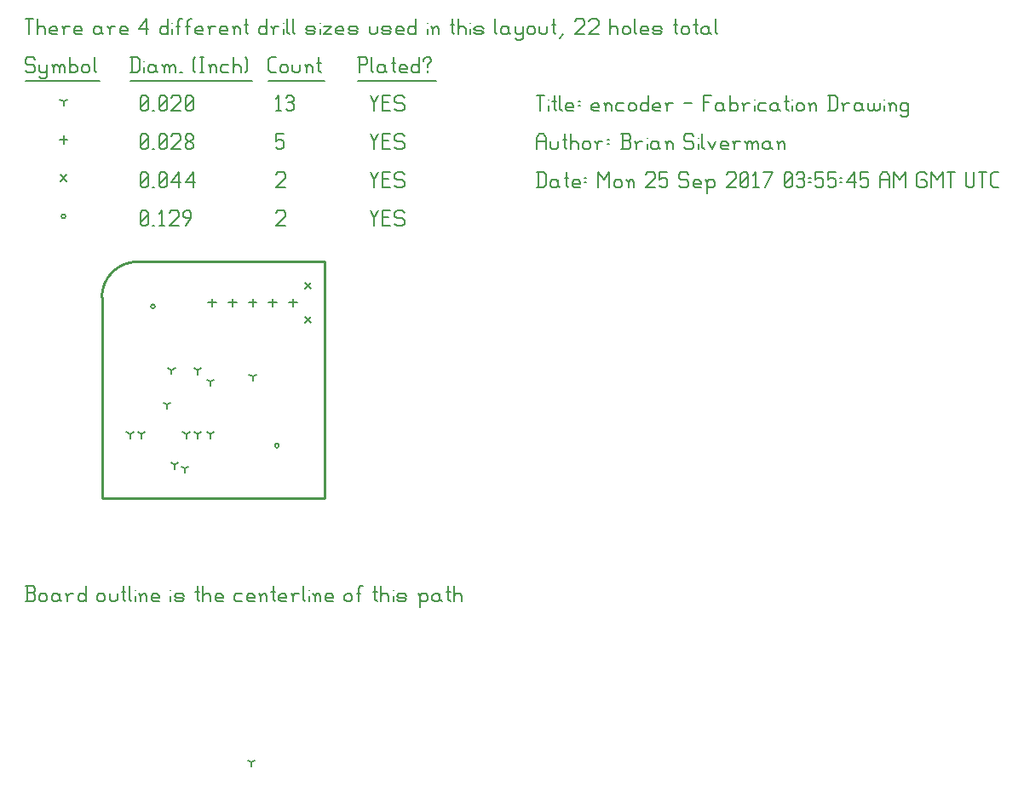
<source format=gbr>
G04 start of page 12 for group -3984 idx -3984 *
G04 Title: encoder, fab *
G04 Creator: pcb 20140316 *
G04 CreationDate: Mon 25 Sep 2017 03:55:45 AM GMT UTC *
G04 For: brian *
G04 Format: Gerber/RS-274X *
G04 PCB-Dimensions (mil): 1250.00 1300.00 *
G04 PCB-Coordinate-Origin: lower left *
%MOIN*%
%FSLAX25Y25*%
%LNFAB*%
%ADD65C,0.0100*%
%ADD64C,0.0075*%
%ADD63C,0.0060*%
%ADD62R,0.0080X0.0080*%
G54D62*X49200Y106000D02*G75*G03X50800Y106000I800J0D01*G01*
G75*G03X49200Y106000I-800J0D01*G01*
X97700Y51500D02*G75*G03X99300Y51500I800J0D01*G01*
G75*G03X97700Y51500I-800J0D01*G01*
X14200Y141250D02*G75*G03X15800Y141250I800J0D01*G01*
G75*G03X14200Y141250I-800J0D01*G01*
G54D63*X135000Y143500D02*X136500Y140500D01*
X138000Y143500D01*
X136500Y140500D02*Y137500D01*
X139800Y140800D02*X142050D01*
X139800Y137500D02*X142800D01*
X139800Y143500D02*Y137500D01*
Y143500D02*X142800D01*
X147600D02*X148350Y142750D01*
X145350Y143500D02*X147600D01*
X144600Y142750D02*X145350Y143500D01*
X144600Y142750D02*Y141250D01*
X145350Y140500D01*
X147600D01*
X148350Y139750D01*
Y138250D01*
X147600Y137500D02*X148350Y138250D01*
X145350Y137500D02*X147600D01*
X144600Y138250D02*X145350Y137500D01*
X98000Y142750D02*X98750Y143500D01*
X101000D01*
X101750Y142750D01*
Y141250D01*
X98000Y137500D02*X101750Y141250D01*
X98000Y137500D02*X101750D01*
X45000Y138250D02*X45750Y137500D01*
X45000Y142750D02*Y138250D01*
Y142750D02*X45750Y143500D01*
X47250D01*
X48000Y142750D01*
Y138250D01*
X47250Y137500D02*X48000Y138250D01*
X45750Y137500D02*X47250D01*
X45000Y139000D02*X48000Y142000D01*
X49800Y137500D02*X50550D01*
X52350Y142300D02*X53550Y143500D01*
Y137500D01*
X52350D02*X54600D01*
X56400Y142750D02*X57150Y143500D01*
X59400D01*
X60150Y142750D01*
Y141250D01*
X56400Y137500D02*X60150Y141250D01*
X56400Y137500D02*X60150D01*
X62700D02*X64950Y140500D01*
Y142750D02*Y140500D01*
X64200Y143500D02*X64950Y142750D01*
X62700Y143500D02*X64200D01*
X61950Y142750D02*X62700Y143500D01*
X61950Y142750D02*Y141250D01*
X62700Y140500D01*
X64950D01*
X109454Y115393D02*X111854Y112993D01*
X109454D02*X111854Y115393D01*
X109454Y102007D02*X111854Y99607D01*
X109454D02*X111854Y102007D01*
X13800Y157450D02*X16200Y155050D01*
X13800D02*X16200Y157450D01*
X135000Y158500D02*X136500Y155500D01*
X138000Y158500D01*
X136500Y155500D02*Y152500D01*
X139800Y155800D02*X142050D01*
X139800Y152500D02*X142800D01*
X139800Y158500D02*Y152500D01*
Y158500D02*X142800D01*
X147600D02*X148350Y157750D01*
X145350Y158500D02*X147600D01*
X144600Y157750D02*X145350Y158500D01*
X144600Y157750D02*Y156250D01*
X145350Y155500D01*
X147600D01*
X148350Y154750D01*
Y153250D01*
X147600Y152500D02*X148350Y153250D01*
X145350Y152500D02*X147600D01*
X144600Y153250D02*X145350Y152500D01*
X98000Y157750D02*X98750Y158500D01*
X101000D01*
X101750Y157750D01*
Y156250D01*
X98000Y152500D02*X101750Y156250D01*
X98000Y152500D02*X101750D01*
X45000Y153250D02*X45750Y152500D01*
X45000Y157750D02*Y153250D01*
Y157750D02*X45750Y158500D01*
X47250D01*
X48000Y157750D01*
Y153250D01*
X47250Y152500D02*X48000Y153250D01*
X45750Y152500D02*X47250D01*
X45000Y154000D02*X48000Y157000D01*
X49800Y152500D02*X50550D01*
X52350Y153250D02*X53100Y152500D01*
X52350Y157750D02*Y153250D01*
Y157750D02*X53100Y158500D01*
X54600D01*
X55350Y157750D01*
Y153250D01*
X54600Y152500D02*X55350Y153250D01*
X53100Y152500D02*X54600D01*
X52350Y154000D02*X55350Y157000D01*
X57150Y154750D02*X60150Y158500D01*
X57150Y154750D02*X60900D01*
X60150Y158500D02*Y152500D01*
X62700Y154750D02*X65700Y158500D01*
X62700Y154750D02*X66450D01*
X65700Y158500D02*Y152500D01*
X73252Y109100D02*Y105900D01*
X71652Y107500D02*X74852D01*
X81126Y109100D02*Y105900D01*
X79526Y107500D02*X82726D01*
X89000Y109100D02*Y105900D01*
X87400Y107500D02*X90600D01*
X96874Y109100D02*Y105900D01*
X95274Y107500D02*X98474D01*
X104748Y109100D02*Y105900D01*
X103148Y107500D02*X106348D01*
X15000Y172850D02*Y169650D01*
X13400Y171250D02*X16600D01*
X135000Y173500D02*X136500Y170500D01*
X138000Y173500D01*
X136500Y170500D02*Y167500D01*
X139800Y170800D02*X142050D01*
X139800Y167500D02*X142800D01*
X139800Y173500D02*Y167500D01*
Y173500D02*X142800D01*
X147600D02*X148350Y172750D01*
X145350Y173500D02*X147600D01*
X144600Y172750D02*X145350Y173500D01*
X144600Y172750D02*Y171250D01*
X145350Y170500D01*
X147600D01*
X148350Y169750D01*
Y168250D01*
X147600Y167500D02*X148350Y168250D01*
X145350Y167500D02*X147600D01*
X144600Y168250D02*X145350Y167500D01*
X98000Y173500D02*X101000D01*
X98000D02*Y170500D01*
X98750Y171250D01*
X100250D01*
X101000Y170500D01*
Y168250D01*
X100250Y167500D02*X101000Y168250D01*
X98750Y167500D02*X100250D01*
X98000Y168250D02*X98750Y167500D01*
X45000Y168250D02*X45750Y167500D01*
X45000Y172750D02*Y168250D01*
Y172750D02*X45750Y173500D01*
X47250D01*
X48000Y172750D01*
Y168250D01*
X47250Y167500D02*X48000Y168250D01*
X45750Y167500D02*X47250D01*
X45000Y169000D02*X48000Y172000D01*
X49800Y167500D02*X50550D01*
X52350Y168250D02*X53100Y167500D01*
X52350Y172750D02*Y168250D01*
Y172750D02*X53100Y173500D01*
X54600D01*
X55350Y172750D01*
Y168250D01*
X54600Y167500D02*X55350Y168250D01*
X53100Y167500D02*X54600D01*
X52350Y169000D02*X55350Y172000D01*
X57150Y172750D02*X57900Y173500D01*
X60150D01*
X60900Y172750D01*
Y171250D01*
X57150Y167500D02*X60900Y171250D01*
X57150Y167500D02*X60900D01*
X62700Y168250D02*X63450Y167500D01*
X62700Y169450D02*Y168250D01*
Y169450D02*X63750Y170500D01*
X64650D01*
X65700Y169450D01*
Y168250D01*
X64950Y167500D02*X65700Y168250D01*
X63450Y167500D02*X64950D01*
X62700Y171550D02*X63750Y170500D01*
X62700Y172750D02*Y171550D01*
Y172750D02*X63450Y173500D01*
X64950D01*
X65700Y172750D01*
Y171550D01*
X64650Y170500D02*X65700Y171550D01*
X88500Y-72500D02*Y-74100D01*
Y-72500D02*X89887Y-71700D01*
X88500Y-72500D02*X87113Y-71700D01*
X67500Y56000D02*Y54400D01*
Y56000D02*X68887Y56800D01*
X67500Y56000D02*X66113Y56800D01*
X72500Y56000D02*Y54400D01*
Y56000D02*X73887Y56800D01*
X72500Y56000D02*X71113Y56800D01*
X63000Y56000D02*Y54400D01*
Y56000D02*X64387Y56800D01*
X63000Y56000D02*X61613Y56800D01*
X62500Y42500D02*Y40900D01*
Y42500D02*X63887Y43300D01*
X62500Y42500D02*X61113Y43300D01*
X58500Y44000D02*Y42400D01*
Y44000D02*X59887Y44800D01*
X58500Y44000D02*X57113Y44800D01*
X89000Y78500D02*Y76900D01*
Y78500D02*X90387Y79300D01*
X89000Y78500D02*X87613Y79300D01*
X67500Y81000D02*Y79400D01*
Y81000D02*X68887Y81800D01*
X67500Y81000D02*X66113Y81800D01*
X72500Y76500D02*Y74900D01*
Y76500D02*X73887Y77300D01*
X72500Y76500D02*X71113Y77300D01*
X57300Y81100D02*Y79500D01*
Y81100D02*X58687Y81900D01*
X57300Y81100D02*X55913Y81900D01*
X55500Y67500D02*Y65900D01*
Y67500D02*X56887Y68300D01*
X55500Y67500D02*X54113Y68300D01*
X45500Y56000D02*Y54400D01*
Y56000D02*X46887Y56800D01*
X45500Y56000D02*X44113Y56800D01*
X41000Y56000D02*Y54400D01*
Y56000D02*X42387Y56800D01*
X41000Y56000D02*X39613Y56800D01*
X15000Y186250D02*Y184650D01*
Y186250D02*X16387Y187050D01*
X15000Y186250D02*X13613Y187050D01*
X135000Y188500D02*X136500Y185500D01*
X138000Y188500D01*
X136500Y185500D02*Y182500D01*
X139800Y185800D02*X142050D01*
X139800Y182500D02*X142800D01*
X139800Y188500D02*Y182500D01*
Y188500D02*X142800D01*
X147600D02*X148350Y187750D01*
X145350Y188500D02*X147600D01*
X144600Y187750D02*X145350Y188500D01*
X144600Y187750D02*Y186250D01*
X145350Y185500D01*
X147600D01*
X148350Y184750D01*
Y183250D01*
X147600Y182500D02*X148350Y183250D01*
X145350Y182500D02*X147600D01*
X144600Y183250D02*X145350Y182500D01*
X98000Y187300D02*X99200Y188500D01*
Y182500D01*
X98000D02*X100250D01*
X102050Y187750D02*X102800Y188500D01*
X104300D01*
X105050Y187750D01*
X104300Y182500D02*X105050Y183250D01*
X102800Y182500D02*X104300D01*
X102050Y183250D02*X102800Y182500D01*
Y185800D02*X104300D01*
X105050Y187750D02*Y186550D01*
Y185050D02*Y183250D01*
Y185050D02*X104300Y185800D01*
X105050Y186550D02*X104300Y185800D01*
X45000Y183250D02*X45750Y182500D01*
X45000Y187750D02*Y183250D01*
Y187750D02*X45750Y188500D01*
X47250D01*
X48000Y187750D01*
Y183250D01*
X47250Y182500D02*X48000Y183250D01*
X45750Y182500D02*X47250D01*
X45000Y184000D02*X48000Y187000D01*
X49800Y182500D02*X50550D01*
X52350Y183250D02*X53100Y182500D01*
X52350Y187750D02*Y183250D01*
Y187750D02*X53100Y188500D01*
X54600D01*
X55350Y187750D01*
Y183250D01*
X54600Y182500D02*X55350Y183250D01*
X53100Y182500D02*X54600D01*
X52350Y184000D02*X55350Y187000D01*
X57150Y187750D02*X57900Y188500D01*
X60150D01*
X60900Y187750D01*
Y186250D01*
X57150Y182500D02*X60900Y186250D01*
X57150Y182500D02*X60900D01*
X62700Y183250D02*X63450Y182500D01*
X62700Y187750D02*Y183250D01*
Y187750D02*X63450Y188500D01*
X64950D01*
X65700Y187750D01*
Y183250D01*
X64950Y182500D02*X65700Y183250D01*
X63450Y182500D02*X64950D01*
X62700Y184000D02*X65700Y187000D01*
X3000Y203500D02*X3750Y202750D01*
X750Y203500D02*X3000D01*
X0Y202750D02*X750Y203500D01*
X0Y202750D02*Y201250D01*
X750Y200500D01*
X3000D01*
X3750Y199750D01*
Y198250D01*
X3000Y197500D02*X3750Y198250D01*
X750Y197500D02*X3000D01*
X0Y198250D02*X750Y197500D01*
X5550Y200500D02*Y198250D01*
X6300Y197500D01*
X8550Y200500D02*Y196000D01*
X7800Y195250D02*X8550Y196000D01*
X6300Y195250D02*X7800D01*
X5550Y196000D02*X6300Y195250D01*
Y197500D02*X7800D01*
X8550Y198250D01*
X11100Y199750D02*Y197500D01*
Y199750D02*X11850Y200500D01*
X12600D01*
X13350Y199750D01*
Y197500D01*
Y199750D02*X14100Y200500D01*
X14850D01*
X15600Y199750D01*
Y197500D01*
X10350Y200500D02*X11100Y199750D01*
X17400Y203500D02*Y197500D01*
Y198250D02*X18150Y197500D01*
X19650D01*
X20400Y198250D01*
Y199750D02*Y198250D01*
X19650Y200500D02*X20400Y199750D01*
X18150Y200500D02*X19650D01*
X17400Y199750D02*X18150Y200500D01*
X22200Y199750D02*Y198250D01*
Y199750D02*X22950Y200500D01*
X24450D01*
X25200Y199750D01*
Y198250D01*
X24450Y197500D02*X25200Y198250D01*
X22950Y197500D02*X24450D01*
X22200Y198250D02*X22950Y197500D01*
X27000Y203500D02*Y198250D01*
X27750Y197500D01*
X0Y194250D02*X29250D01*
X41750Y203500D02*Y197500D01*
X43700Y203500D02*X44750Y202450D01*
Y198550D01*
X43700Y197500D02*X44750Y198550D01*
X41000Y197500D02*X43700D01*
X41000Y203500D02*X43700D01*
G54D64*X46550Y202000D02*Y201850D01*
G54D63*Y199750D02*Y197500D01*
X50300Y200500D02*X51050Y199750D01*
X48800Y200500D02*X50300D01*
X48050Y199750D02*X48800Y200500D01*
X48050Y199750D02*Y198250D01*
X48800Y197500D01*
X51050Y200500D02*Y198250D01*
X51800Y197500D01*
X48800D02*X50300D01*
X51050Y198250D01*
X54350Y199750D02*Y197500D01*
Y199750D02*X55100Y200500D01*
X55850D01*
X56600Y199750D01*
Y197500D01*
Y199750D02*X57350Y200500D01*
X58100D01*
X58850Y199750D01*
Y197500D01*
X53600Y200500D02*X54350Y199750D01*
X60650Y197500D02*X61400D01*
X65900Y198250D02*X66650Y197500D01*
X65900Y202750D02*X66650Y203500D01*
X65900Y202750D02*Y198250D01*
X68450Y203500D02*X69950D01*
X69200D02*Y197500D01*
X68450D02*X69950D01*
X72500Y199750D02*Y197500D01*
Y199750D02*X73250Y200500D01*
X74000D01*
X74750Y199750D01*
Y197500D01*
X71750Y200500D02*X72500Y199750D01*
X77300Y200500D02*X79550D01*
X76550Y199750D02*X77300Y200500D01*
X76550Y199750D02*Y198250D01*
X77300Y197500D01*
X79550D01*
X81350Y203500D02*Y197500D01*
Y199750D02*X82100Y200500D01*
X83600D01*
X84350Y199750D01*
Y197500D01*
X86150Y203500D02*X86900Y202750D01*
Y198250D01*
X86150Y197500D02*X86900Y198250D01*
X41000Y194250D02*X88700D01*
X96050Y197500D02*X98000D01*
X95000Y198550D02*X96050Y197500D01*
X95000Y202450D02*Y198550D01*
Y202450D02*X96050Y203500D01*
X98000D01*
X99800Y199750D02*Y198250D01*
Y199750D02*X100550Y200500D01*
X102050D01*
X102800Y199750D01*
Y198250D01*
X102050Y197500D02*X102800Y198250D01*
X100550Y197500D02*X102050D01*
X99800Y198250D02*X100550Y197500D01*
X104600Y200500D02*Y198250D01*
X105350Y197500D01*
X106850D01*
X107600Y198250D01*
Y200500D02*Y198250D01*
X110150Y199750D02*Y197500D01*
Y199750D02*X110900Y200500D01*
X111650D01*
X112400Y199750D01*
Y197500D01*
X109400Y200500D02*X110150Y199750D01*
X114950Y203500D02*Y198250D01*
X115700Y197500D01*
X114200Y201250D02*X115700D01*
X95000Y194250D02*X117200D01*
X130750Y203500D02*Y197500D01*
X130000Y203500D02*X133000D01*
X133750Y202750D01*
Y201250D01*
X133000Y200500D02*X133750Y201250D01*
X130750Y200500D02*X133000D01*
X135550Y203500D02*Y198250D01*
X136300Y197500D01*
X140050Y200500D02*X140800Y199750D01*
X138550Y200500D02*X140050D01*
X137800Y199750D02*X138550Y200500D01*
X137800Y199750D02*Y198250D01*
X138550Y197500D01*
X140800Y200500D02*Y198250D01*
X141550Y197500D01*
X138550D02*X140050D01*
X140800Y198250D01*
X144100Y203500D02*Y198250D01*
X144850Y197500D01*
X143350Y201250D02*X144850D01*
X147100Y197500D02*X149350D01*
X146350Y198250D02*X147100Y197500D01*
X146350Y199750D02*Y198250D01*
Y199750D02*X147100Y200500D01*
X148600D01*
X149350Y199750D01*
X146350Y199000D02*X149350D01*
Y199750D02*Y199000D01*
X154150Y203500D02*Y197500D01*
X153400D02*X154150Y198250D01*
X151900Y197500D02*X153400D01*
X151150Y198250D02*X151900Y197500D01*
X151150Y199750D02*Y198250D01*
Y199750D02*X151900Y200500D01*
X153400D01*
X154150Y199750D01*
X157450Y200500D02*Y199750D01*
Y198250D02*Y197500D01*
X155950Y202750D02*Y202000D01*
Y202750D02*X156700Y203500D01*
X158200D01*
X158950Y202750D01*
Y202000D01*
X157450Y200500D02*X158950Y202000D01*
X130000Y194250D02*X160750D01*
X0Y218500D02*X3000D01*
X1500D02*Y212500D01*
X4800Y218500D02*Y212500D01*
Y214750D02*X5550Y215500D01*
X7050D01*
X7800Y214750D01*
Y212500D01*
X10350D02*X12600D01*
X9600Y213250D02*X10350Y212500D01*
X9600Y214750D02*Y213250D01*
Y214750D02*X10350Y215500D01*
X11850D01*
X12600Y214750D01*
X9600Y214000D02*X12600D01*
Y214750D02*Y214000D01*
X15150Y214750D02*Y212500D01*
Y214750D02*X15900Y215500D01*
X17400D01*
X14400D02*X15150Y214750D01*
X19950Y212500D02*X22200D01*
X19200Y213250D02*X19950Y212500D01*
X19200Y214750D02*Y213250D01*
Y214750D02*X19950Y215500D01*
X21450D01*
X22200Y214750D01*
X19200Y214000D02*X22200D01*
Y214750D02*Y214000D01*
X28950Y215500D02*X29700Y214750D01*
X27450Y215500D02*X28950D01*
X26700Y214750D02*X27450Y215500D01*
X26700Y214750D02*Y213250D01*
X27450Y212500D01*
X29700Y215500D02*Y213250D01*
X30450Y212500D01*
X27450D02*X28950D01*
X29700Y213250D01*
X33000Y214750D02*Y212500D01*
Y214750D02*X33750Y215500D01*
X35250D01*
X32250D02*X33000Y214750D01*
X37800Y212500D02*X40050D01*
X37050Y213250D02*X37800Y212500D01*
X37050Y214750D02*Y213250D01*
Y214750D02*X37800Y215500D01*
X39300D01*
X40050Y214750D01*
X37050Y214000D02*X40050D01*
Y214750D02*Y214000D01*
X44550Y214750D02*X47550Y218500D01*
X44550Y214750D02*X48300D01*
X47550Y218500D02*Y212500D01*
X55800Y218500D02*Y212500D01*
X55050D02*X55800Y213250D01*
X53550Y212500D02*X55050D01*
X52800Y213250D02*X53550Y212500D01*
X52800Y214750D02*Y213250D01*
Y214750D02*X53550Y215500D01*
X55050D01*
X55800Y214750D01*
G54D64*X57600Y217000D02*Y216850D01*
G54D63*Y214750D02*Y212500D01*
X59850Y217750D02*Y212500D01*
Y217750D02*X60600Y218500D01*
X61350D01*
X59100Y215500D02*X60600D01*
X63600Y217750D02*Y212500D01*
Y217750D02*X64350Y218500D01*
X65100D01*
X62850Y215500D02*X64350D01*
X67350Y212500D02*X69600D01*
X66600Y213250D02*X67350Y212500D01*
X66600Y214750D02*Y213250D01*
Y214750D02*X67350Y215500D01*
X68850D01*
X69600Y214750D01*
X66600Y214000D02*X69600D01*
Y214750D02*Y214000D01*
X72150Y214750D02*Y212500D01*
Y214750D02*X72900Y215500D01*
X74400D01*
X71400D02*X72150Y214750D01*
X76950Y212500D02*X79200D01*
X76200Y213250D02*X76950Y212500D01*
X76200Y214750D02*Y213250D01*
Y214750D02*X76950Y215500D01*
X78450D01*
X79200Y214750D01*
X76200Y214000D02*X79200D01*
Y214750D02*Y214000D01*
X81750Y214750D02*Y212500D01*
Y214750D02*X82500Y215500D01*
X83250D01*
X84000Y214750D01*
Y212500D01*
X81000Y215500D02*X81750Y214750D01*
X86550Y218500D02*Y213250D01*
X87300Y212500D01*
X85800Y216250D02*X87300D01*
X94500Y218500D02*Y212500D01*
X93750D02*X94500Y213250D01*
X92250Y212500D02*X93750D01*
X91500Y213250D02*X92250Y212500D01*
X91500Y214750D02*Y213250D01*
Y214750D02*X92250Y215500D01*
X93750D01*
X94500Y214750D01*
X97050D02*Y212500D01*
Y214750D02*X97800Y215500D01*
X99300D01*
X96300D02*X97050Y214750D01*
G54D64*X101100Y217000D02*Y216850D01*
G54D63*Y214750D02*Y212500D01*
X102600Y218500D02*Y213250D01*
X103350Y212500D01*
X104850Y218500D02*Y213250D01*
X105600Y212500D01*
X110550D02*X112800D01*
X113550Y213250D01*
X112800Y214000D02*X113550Y213250D01*
X110550Y214000D02*X112800D01*
X109800Y214750D02*X110550Y214000D01*
X109800Y214750D02*X110550Y215500D01*
X112800D01*
X113550Y214750D01*
X109800Y213250D02*X110550Y212500D01*
G54D64*X115350Y217000D02*Y216850D01*
G54D63*Y214750D02*Y212500D01*
X116850Y215500D02*X119850D01*
X116850Y212500D02*X119850Y215500D01*
X116850Y212500D02*X119850D01*
X122400D02*X124650D01*
X121650Y213250D02*X122400Y212500D01*
X121650Y214750D02*Y213250D01*
Y214750D02*X122400Y215500D01*
X123900D01*
X124650Y214750D01*
X121650Y214000D02*X124650D01*
Y214750D02*Y214000D01*
X127200Y212500D02*X129450D01*
X130200Y213250D01*
X129450Y214000D02*X130200Y213250D01*
X127200Y214000D02*X129450D01*
X126450Y214750D02*X127200Y214000D01*
X126450Y214750D02*X127200Y215500D01*
X129450D01*
X130200Y214750D01*
X126450Y213250D02*X127200Y212500D01*
X134700Y215500D02*Y213250D01*
X135450Y212500D01*
X136950D01*
X137700Y213250D01*
Y215500D02*Y213250D01*
X140250Y212500D02*X142500D01*
X143250Y213250D01*
X142500Y214000D02*X143250Y213250D01*
X140250Y214000D02*X142500D01*
X139500Y214750D02*X140250Y214000D01*
X139500Y214750D02*X140250Y215500D01*
X142500D01*
X143250Y214750D01*
X139500Y213250D02*X140250Y212500D01*
X145800D02*X148050D01*
X145050Y213250D02*X145800Y212500D01*
X145050Y214750D02*Y213250D01*
Y214750D02*X145800Y215500D01*
X147300D01*
X148050Y214750D01*
X145050Y214000D02*X148050D01*
Y214750D02*Y214000D01*
X152850Y218500D02*Y212500D01*
X152100D02*X152850Y213250D01*
X150600Y212500D02*X152100D01*
X149850Y213250D02*X150600Y212500D01*
X149850Y214750D02*Y213250D01*
Y214750D02*X150600Y215500D01*
X152100D01*
X152850Y214750D01*
G54D64*X157350Y217000D02*Y216850D01*
G54D63*Y214750D02*Y212500D01*
X159600Y214750D02*Y212500D01*
Y214750D02*X160350Y215500D01*
X161100D01*
X161850Y214750D01*
Y212500D01*
X158850Y215500D02*X159600Y214750D01*
X167100Y218500D02*Y213250D01*
X167850Y212500D01*
X166350Y216250D02*X167850D01*
X169350Y218500D02*Y212500D01*
Y214750D02*X170100Y215500D01*
X171600D01*
X172350Y214750D01*
Y212500D01*
G54D64*X174150Y217000D02*Y216850D01*
G54D63*Y214750D02*Y212500D01*
X176400D02*X178650D01*
X179400Y213250D01*
X178650Y214000D02*X179400Y213250D01*
X176400Y214000D02*X178650D01*
X175650Y214750D02*X176400Y214000D01*
X175650Y214750D02*X176400Y215500D01*
X178650D01*
X179400Y214750D01*
X175650Y213250D02*X176400Y212500D01*
X183900Y218500D02*Y213250D01*
X184650Y212500D01*
X188400Y215500D02*X189150Y214750D01*
X186900Y215500D02*X188400D01*
X186150Y214750D02*X186900Y215500D01*
X186150Y214750D02*Y213250D01*
X186900Y212500D01*
X189150Y215500D02*Y213250D01*
X189900Y212500D01*
X186900D02*X188400D01*
X189150Y213250D01*
X191700Y215500D02*Y213250D01*
X192450Y212500D01*
X194700Y215500D02*Y211000D01*
X193950Y210250D02*X194700Y211000D01*
X192450Y210250D02*X193950D01*
X191700Y211000D02*X192450Y210250D01*
Y212500D02*X193950D01*
X194700Y213250D01*
X196500Y214750D02*Y213250D01*
Y214750D02*X197250Y215500D01*
X198750D01*
X199500Y214750D01*
Y213250D01*
X198750Y212500D02*X199500Y213250D01*
X197250Y212500D02*X198750D01*
X196500Y213250D02*X197250Y212500D01*
X201300Y215500D02*Y213250D01*
X202050Y212500D01*
X203550D01*
X204300Y213250D01*
Y215500D02*Y213250D01*
X206850Y218500D02*Y213250D01*
X207600Y212500D01*
X206100Y216250D02*X207600D01*
X209100Y211000D02*X210600Y212500D01*
X215100Y217750D02*X215850Y218500D01*
X218100D01*
X218850Y217750D01*
Y216250D01*
X215100Y212500D02*X218850Y216250D01*
X215100Y212500D02*X218850D01*
X220650Y217750D02*X221400Y218500D01*
X223650D01*
X224400Y217750D01*
Y216250D01*
X220650Y212500D02*X224400Y216250D01*
X220650Y212500D02*X224400D01*
X228900Y218500D02*Y212500D01*
Y214750D02*X229650Y215500D01*
X231150D01*
X231900Y214750D01*
Y212500D01*
X233700Y214750D02*Y213250D01*
Y214750D02*X234450Y215500D01*
X235950D01*
X236700Y214750D01*
Y213250D01*
X235950Y212500D02*X236700Y213250D01*
X234450Y212500D02*X235950D01*
X233700Y213250D02*X234450Y212500D01*
X238500Y218500D02*Y213250D01*
X239250Y212500D01*
X241500D02*X243750D01*
X240750Y213250D02*X241500Y212500D01*
X240750Y214750D02*Y213250D01*
Y214750D02*X241500Y215500D01*
X243000D01*
X243750Y214750D01*
X240750Y214000D02*X243750D01*
Y214750D02*Y214000D01*
X246300Y212500D02*X248550D01*
X249300Y213250D01*
X248550Y214000D02*X249300Y213250D01*
X246300Y214000D02*X248550D01*
X245550Y214750D02*X246300Y214000D01*
X245550Y214750D02*X246300Y215500D01*
X248550D01*
X249300Y214750D01*
X245550Y213250D02*X246300Y212500D01*
X254550Y218500D02*Y213250D01*
X255300Y212500D01*
X253800Y216250D02*X255300D01*
X256800Y214750D02*Y213250D01*
Y214750D02*X257550Y215500D01*
X259050D01*
X259800Y214750D01*
Y213250D01*
X259050Y212500D02*X259800Y213250D01*
X257550Y212500D02*X259050D01*
X256800Y213250D02*X257550Y212500D01*
X262350Y218500D02*Y213250D01*
X263100Y212500D01*
X261600Y216250D02*X263100D01*
X266850Y215500D02*X267600Y214750D01*
X265350Y215500D02*X266850D01*
X264600Y214750D02*X265350Y215500D01*
X264600Y214750D02*Y213250D01*
X265350Y212500D01*
X267600Y215500D02*Y213250D01*
X268350Y212500D01*
X265350D02*X266850D01*
X267600Y213250D01*
X270150Y218500D02*Y213250D01*
X270900Y212500D01*
G54D65*X30000Y109500D02*Y31000D01*
X117000D02*Y123500D01*
X44000D02*X117000D01*
X30000Y31000D02*X117000D01*
X44000Y123500D02*G75*G03X30000Y109500I0J-14000D01*G01*
G54D63*X0Y-9500D02*X3000D01*
X3750Y-8750D01*
Y-6950D02*Y-8750D01*
X3000Y-6200D02*X3750Y-6950D01*
X750Y-6200D02*X3000D01*
X750Y-3500D02*Y-9500D01*
X0Y-3500D02*X3000D01*
X3750Y-4250D01*
Y-5450D01*
X3000Y-6200D02*X3750Y-5450D01*
X5550Y-7250D02*Y-8750D01*
Y-7250D02*X6300Y-6500D01*
X7800D01*
X8550Y-7250D01*
Y-8750D01*
X7800Y-9500D02*X8550Y-8750D01*
X6300Y-9500D02*X7800D01*
X5550Y-8750D02*X6300Y-9500D01*
X12600Y-6500D02*X13350Y-7250D01*
X11100Y-6500D02*X12600D01*
X10350Y-7250D02*X11100Y-6500D01*
X10350Y-7250D02*Y-8750D01*
X11100Y-9500D01*
X13350Y-6500D02*Y-8750D01*
X14100Y-9500D01*
X11100D02*X12600D01*
X13350Y-8750D01*
X16650Y-7250D02*Y-9500D01*
Y-7250D02*X17400Y-6500D01*
X18900D01*
X15900D02*X16650Y-7250D01*
X23700Y-3500D02*Y-9500D01*
X22950D02*X23700Y-8750D01*
X21450Y-9500D02*X22950D01*
X20700Y-8750D02*X21450Y-9500D01*
X20700Y-7250D02*Y-8750D01*
Y-7250D02*X21450Y-6500D01*
X22950D01*
X23700Y-7250D01*
X28200D02*Y-8750D01*
Y-7250D02*X28950Y-6500D01*
X30450D01*
X31200Y-7250D01*
Y-8750D01*
X30450Y-9500D02*X31200Y-8750D01*
X28950Y-9500D02*X30450D01*
X28200Y-8750D02*X28950Y-9500D01*
X33000Y-6500D02*Y-8750D01*
X33750Y-9500D01*
X35250D01*
X36000Y-8750D01*
Y-6500D02*Y-8750D01*
X38550Y-3500D02*Y-8750D01*
X39300Y-9500D01*
X37800Y-5750D02*X39300D01*
X40800Y-3500D02*Y-8750D01*
X41550Y-9500D01*
G54D64*X43050Y-5000D02*Y-5150D01*
G54D63*Y-7250D02*Y-9500D01*
X45300Y-7250D02*Y-9500D01*
Y-7250D02*X46050Y-6500D01*
X46800D01*
X47550Y-7250D01*
Y-9500D01*
X44550Y-6500D02*X45300Y-7250D01*
X50100Y-9500D02*X52350D01*
X49350Y-8750D02*X50100Y-9500D01*
X49350Y-7250D02*Y-8750D01*
Y-7250D02*X50100Y-6500D01*
X51600D01*
X52350Y-7250D01*
X49350Y-8000D02*X52350D01*
Y-7250D02*Y-8000D01*
G54D64*X56850Y-5000D02*Y-5150D01*
G54D63*Y-7250D02*Y-9500D01*
X59100D02*X61350D01*
X62100Y-8750D01*
X61350Y-8000D02*X62100Y-8750D01*
X59100Y-8000D02*X61350D01*
X58350Y-7250D02*X59100Y-8000D01*
X58350Y-7250D02*X59100Y-6500D01*
X61350D01*
X62100Y-7250D01*
X58350Y-8750D02*X59100Y-9500D01*
X67350Y-3500D02*Y-8750D01*
X68100Y-9500D01*
X66600Y-5750D02*X68100D01*
X69600Y-3500D02*Y-9500D01*
Y-7250D02*X70350Y-6500D01*
X71850D01*
X72600Y-7250D01*
Y-9500D01*
X75150D02*X77400D01*
X74400Y-8750D02*X75150Y-9500D01*
X74400Y-7250D02*Y-8750D01*
Y-7250D02*X75150Y-6500D01*
X76650D01*
X77400Y-7250D01*
X74400Y-8000D02*X77400D01*
Y-7250D02*Y-8000D01*
X82650Y-6500D02*X84900D01*
X81900Y-7250D02*X82650Y-6500D01*
X81900Y-7250D02*Y-8750D01*
X82650Y-9500D01*
X84900D01*
X87450D02*X89700D01*
X86700Y-8750D02*X87450Y-9500D01*
X86700Y-7250D02*Y-8750D01*
Y-7250D02*X87450Y-6500D01*
X88950D01*
X89700Y-7250D01*
X86700Y-8000D02*X89700D01*
Y-7250D02*Y-8000D01*
X92250Y-7250D02*Y-9500D01*
Y-7250D02*X93000Y-6500D01*
X93750D01*
X94500Y-7250D01*
Y-9500D01*
X91500Y-6500D02*X92250Y-7250D01*
X97050Y-3500D02*Y-8750D01*
X97800Y-9500D01*
X96300Y-5750D02*X97800D01*
X100050Y-9500D02*X102300D01*
X99300Y-8750D02*X100050Y-9500D01*
X99300Y-7250D02*Y-8750D01*
Y-7250D02*X100050Y-6500D01*
X101550D01*
X102300Y-7250D01*
X99300Y-8000D02*X102300D01*
Y-7250D02*Y-8000D01*
X104850Y-7250D02*Y-9500D01*
Y-7250D02*X105600Y-6500D01*
X107100D01*
X104100D02*X104850Y-7250D01*
X108900Y-3500D02*Y-8750D01*
X109650Y-9500D01*
G54D64*X111150Y-5000D02*Y-5150D01*
G54D63*Y-7250D02*Y-9500D01*
X113400Y-7250D02*Y-9500D01*
Y-7250D02*X114150Y-6500D01*
X114900D01*
X115650Y-7250D01*
Y-9500D01*
X112650Y-6500D02*X113400Y-7250D01*
X118200Y-9500D02*X120450D01*
X117450Y-8750D02*X118200Y-9500D01*
X117450Y-7250D02*Y-8750D01*
Y-7250D02*X118200Y-6500D01*
X119700D01*
X120450Y-7250D01*
X117450Y-8000D02*X120450D01*
Y-7250D02*Y-8000D01*
X124950Y-7250D02*Y-8750D01*
Y-7250D02*X125700Y-6500D01*
X127200D01*
X127950Y-7250D01*
Y-8750D01*
X127200Y-9500D02*X127950Y-8750D01*
X125700Y-9500D02*X127200D01*
X124950Y-8750D02*X125700Y-9500D01*
X130500Y-4250D02*Y-9500D01*
Y-4250D02*X131250Y-3500D01*
X132000D01*
X129750Y-6500D02*X131250D01*
X136950Y-3500D02*Y-8750D01*
X137700Y-9500D01*
X136200Y-5750D02*X137700D01*
X139200Y-3500D02*Y-9500D01*
Y-7250D02*X139950Y-6500D01*
X141450D01*
X142200Y-7250D01*
Y-9500D01*
G54D64*X144000Y-5000D02*Y-5150D01*
G54D63*Y-7250D02*Y-9500D01*
X146250D02*X148500D01*
X149250Y-8750D01*
X148500Y-8000D02*X149250Y-8750D01*
X146250Y-8000D02*X148500D01*
X145500Y-7250D02*X146250Y-8000D01*
X145500Y-7250D02*X146250Y-6500D01*
X148500D01*
X149250Y-7250D01*
X145500Y-8750D02*X146250Y-9500D01*
X154500Y-7250D02*Y-11750D01*
X153750Y-6500D02*X154500Y-7250D01*
X155250Y-6500D01*
X156750D01*
X157500Y-7250D01*
Y-8750D01*
X156750Y-9500D02*X157500Y-8750D01*
X155250Y-9500D02*X156750D01*
X154500Y-8750D02*X155250Y-9500D01*
X161550Y-6500D02*X162300Y-7250D01*
X160050Y-6500D02*X161550D01*
X159300Y-7250D02*X160050Y-6500D01*
X159300Y-7250D02*Y-8750D01*
X160050Y-9500D01*
X162300Y-6500D02*Y-8750D01*
X163050Y-9500D01*
X160050D02*X161550D01*
X162300Y-8750D01*
X165600Y-3500D02*Y-8750D01*
X166350Y-9500D01*
X164850Y-5750D02*X166350D01*
X167850Y-3500D02*Y-9500D01*
Y-7250D02*X168600Y-6500D01*
X170100D01*
X170850Y-7250D01*
Y-9500D01*
X200750Y158500D02*Y152500D01*
X202700Y158500D02*X203750Y157450D01*
Y153550D01*
X202700Y152500D02*X203750Y153550D01*
X200000Y152500D02*X202700D01*
X200000Y158500D02*X202700D01*
X207800Y155500D02*X208550Y154750D01*
X206300Y155500D02*X207800D01*
X205550Y154750D02*X206300Y155500D01*
X205550Y154750D02*Y153250D01*
X206300Y152500D01*
X208550Y155500D02*Y153250D01*
X209300Y152500D01*
X206300D02*X207800D01*
X208550Y153250D01*
X211850Y158500D02*Y153250D01*
X212600Y152500D01*
X211100Y156250D02*X212600D01*
X214850Y152500D02*X217100D01*
X214100Y153250D02*X214850Y152500D01*
X214100Y154750D02*Y153250D01*
Y154750D02*X214850Y155500D01*
X216350D01*
X217100Y154750D01*
X214100Y154000D02*X217100D01*
Y154750D02*Y154000D01*
X218900Y156250D02*X219650D01*
X218900Y154750D02*X219650D01*
X224150Y158500D02*Y152500D01*
Y158500D02*X226400Y155500D01*
X228650Y158500D01*
Y152500D01*
X230450Y154750D02*Y153250D01*
Y154750D02*X231200Y155500D01*
X232700D01*
X233450Y154750D01*
Y153250D01*
X232700Y152500D02*X233450Y153250D01*
X231200Y152500D02*X232700D01*
X230450Y153250D02*X231200Y152500D01*
X236000Y154750D02*Y152500D01*
Y154750D02*X236750Y155500D01*
X237500D01*
X238250Y154750D01*
Y152500D01*
X235250Y155500D02*X236000Y154750D01*
X242750Y157750D02*X243500Y158500D01*
X245750D01*
X246500Y157750D01*
Y156250D01*
X242750Y152500D02*X246500Y156250D01*
X242750Y152500D02*X246500D01*
X248300Y158500D02*X251300D01*
X248300D02*Y155500D01*
X249050Y156250D01*
X250550D01*
X251300Y155500D01*
Y153250D01*
X250550Y152500D02*X251300Y153250D01*
X249050Y152500D02*X250550D01*
X248300Y153250D02*X249050Y152500D01*
X258800Y158500D02*X259550Y157750D01*
X256550Y158500D02*X258800D01*
X255800Y157750D02*X256550Y158500D01*
X255800Y157750D02*Y156250D01*
X256550Y155500D01*
X258800D01*
X259550Y154750D01*
Y153250D01*
X258800Y152500D02*X259550Y153250D01*
X256550Y152500D02*X258800D01*
X255800Y153250D02*X256550Y152500D01*
X262100D02*X264350D01*
X261350Y153250D02*X262100Y152500D01*
X261350Y154750D02*Y153250D01*
Y154750D02*X262100Y155500D01*
X263600D01*
X264350Y154750D01*
X261350Y154000D02*X264350D01*
Y154750D02*Y154000D01*
X266900Y154750D02*Y150250D01*
X266150Y155500D02*X266900Y154750D01*
X267650Y155500D01*
X269150D01*
X269900Y154750D01*
Y153250D01*
X269150Y152500D02*X269900Y153250D01*
X267650Y152500D02*X269150D01*
X266900Y153250D02*X267650Y152500D01*
X274400Y157750D02*X275150Y158500D01*
X277400D01*
X278150Y157750D01*
Y156250D01*
X274400Y152500D02*X278150Y156250D01*
X274400Y152500D02*X278150D01*
X279950Y153250D02*X280700Y152500D01*
X279950Y157750D02*Y153250D01*
Y157750D02*X280700Y158500D01*
X282200D01*
X282950Y157750D01*
Y153250D01*
X282200Y152500D02*X282950Y153250D01*
X280700Y152500D02*X282200D01*
X279950Y154000D02*X282950Y157000D01*
X284750Y157300D02*X285950Y158500D01*
Y152500D01*
X284750D02*X287000D01*
X289550D02*X292550Y158500D01*
X288800D02*X292550D01*
X297050Y153250D02*X297800Y152500D01*
X297050Y157750D02*Y153250D01*
Y157750D02*X297800Y158500D01*
X299300D01*
X300050Y157750D01*
Y153250D01*
X299300Y152500D02*X300050Y153250D01*
X297800Y152500D02*X299300D01*
X297050Y154000D02*X300050Y157000D01*
X301850Y157750D02*X302600Y158500D01*
X304100D01*
X304850Y157750D01*
X304100Y152500D02*X304850Y153250D01*
X302600Y152500D02*X304100D01*
X301850Y153250D02*X302600Y152500D01*
Y155800D02*X304100D01*
X304850Y157750D02*Y156550D01*
Y155050D02*Y153250D01*
Y155050D02*X304100Y155800D01*
X304850Y156550D02*X304100Y155800D01*
X306650Y156250D02*X307400D01*
X306650Y154750D02*X307400D01*
X309200Y158500D02*X312200D01*
X309200D02*Y155500D01*
X309950Y156250D01*
X311450D01*
X312200Y155500D01*
Y153250D01*
X311450Y152500D02*X312200Y153250D01*
X309950Y152500D02*X311450D01*
X309200Y153250D02*X309950Y152500D01*
X314000Y158500D02*X317000D01*
X314000D02*Y155500D01*
X314750Y156250D01*
X316250D01*
X317000Y155500D01*
Y153250D01*
X316250Y152500D02*X317000Y153250D01*
X314750Y152500D02*X316250D01*
X314000Y153250D02*X314750Y152500D01*
X318800Y156250D02*X319550D01*
X318800Y154750D02*X319550D01*
X321350D02*X324350Y158500D01*
X321350Y154750D02*X325100D01*
X324350Y158500D02*Y152500D01*
X326900Y158500D02*X329900D01*
X326900D02*Y155500D01*
X327650Y156250D01*
X329150D01*
X329900Y155500D01*
Y153250D01*
X329150Y152500D02*X329900Y153250D01*
X327650Y152500D02*X329150D01*
X326900Y153250D02*X327650Y152500D01*
X334400Y157000D02*Y152500D01*
Y157000D02*X335450Y158500D01*
X337100D01*
X338150Y157000D01*
Y152500D01*
X334400Y155500D02*X338150D01*
X339950Y158500D02*Y152500D01*
Y158500D02*X342200Y155500D01*
X344450Y158500D01*
Y152500D01*
X351950Y158500D02*X352700Y157750D01*
X349700Y158500D02*X351950D01*
X348950Y157750D02*X349700Y158500D01*
X348950Y157750D02*Y153250D01*
X349700Y152500D01*
X351950D01*
X352700Y153250D01*
Y154750D02*Y153250D01*
X351950Y155500D02*X352700Y154750D01*
X350450Y155500D02*X351950D01*
X354500Y158500D02*Y152500D01*
Y158500D02*X356750Y155500D01*
X359000Y158500D01*
Y152500D01*
X360800Y158500D02*X363800D01*
X362300D02*Y152500D01*
X368300Y158500D02*Y153250D01*
X369050Y152500D01*
X370550D01*
X371300Y153250D01*
Y158500D02*Y153250D01*
X373100Y158500D02*X376100D01*
X374600D02*Y152500D01*
X378950D02*X380900D01*
X377900Y153550D02*X378950Y152500D01*
X377900Y157450D02*Y153550D01*
Y157450D02*X378950Y158500D01*
X380900D01*
X200000Y172000D02*Y167500D01*
Y172000D02*X201050Y173500D01*
X202700D01*
X203750Y172000D01*
Y167500D01*
X200000Y170500D02*X203750D01*
X205550D02*Y168250D01*
X206300Y167500D01*
X207800D01*
X208550Y168250D01*
Y170500D02*Y168250D01*
X211100Y173500D02*Y168250D01*
X211850Y167500D01*
X210350Y171250D02*X211850D01*
X213350Y173500D02*Y167500D01*
Y169750D02*X214100Y170500D01*
X215600D01*
X216350Y169750D01*
Y167500D01*
X218150Y169750D02*Y168250D01*
Y169750D02*X218900Y170500D01*
X220400D01*
X221150Y169750D01*
Y168250D01*
X220400Y167500D02*X221150Y168250D01*
X218900Y167500D02*X220400D01*
X218150Y168250D02*X218900Y167500D01*
X223700Y169750D02*Y167500D01*
Y169750D02*X224450Y170500D01*
X225950D01*
X222950D02*X223700Y169750D01*
X227750Y171250D02*X228500D01*
X227750Y169750D02*X228500D01*
X233000Y167500D02*X236000D01*
X236750Y168250D01*
Y170050D02*Y168250D01*
X236000Y170800D02*X236750Y170050D01*
X233750Y170800D02*X236000D01*
X233750Y173500D02*Y167500D01*
X233000Y173500D02*X236000D01*
X236750Y172750D01*
Y171550D01*
X236000Y170800D02*X236750Y171550D01*
X239300Y169750D02*Y167500D01*
Y169750D02*X240050Y170500D01*
X241550D01*
X238550D02*X239300Y169750D01*
G54D64*X243350Y172000D02*Y171850D01*
G54D63*Y169750D02*Y167500D01*
X247100Y170500D02*X247850Y169750D01*
X245600Y170500D02*X247100D01*
X244850Y169750D02*X245600Y170500D01*
X244850Y169750D02*Y168250D01*
X245600Y167500D01*
X247850Y170500D02*Y168250D01*
X248600Y167500D01*
X245600D02*X247100D01*
X247850Y168250D01*
X251150Y169750D02*Y167500D01*
Y169750D02*X251900Y170500D01*
X252650D01*
X253400Y169750D01*
Y167500D01*
X250400Y170500D02*X251150Y169750D01*
X260900Y173500D02*X261650Y172750D01*
X258650Y173500D02*X260900D01*
X257900Y172750D02*X258650Y173500D01*
X257900Y172750D02*Y171250D01*
X258650Y170500D01*
X260900D01*
X261650Y169750D01*
Y168250D01*
X260900Y167500D02*X261650Y168250D01*
X258650Y167500D02*X260900D01*
X257900Y168250D02*X258650Y167500D01*
G54D64*X263450Y172000D02*Y171850D01*
G54D63*Y169750D02*Y167500D01*
X264950Y173500D02*Y168250D01*
X265700Y167500D01*
X267200Y170500D02*X268700Y167500D01*
X270200Y170500D02*X268700Y167500D01*
X272750D02*X275000D01*
X272000Y168250D02*X272750Y167500D01*
X272000Y169750D02*Y168250D01*
Y169750D02*X272750Y170500D01*
X274250D01*
X275000Y169750D01*
X272000Y169000D02*X275000D01*
Y169750D02*Y169000D01*
X277550Y169750D02*Y167500D01*
Y169750D02*X278300Y170500D01*
X279800D01*
X276800D02*X277550Y169750D01*
X282350D02*Y167500D01*
Y169750D02*X283100Y170500D01*
X283850D01*
X284600Y169750D01*
Y167500D01*
Y169750D02*X285350Y170500D01*
X286100D01*
X286850Y169750D01*
Y167500D01*
X281600Y170500D02*X282350Y169750D01*
X290900Y170500D02*X291650Y169750D01*
X289400Y170500D02*X290900D01*
X288650Y169750D02*X289400Y170500D01*
X288650Y169750D02*Y168250D01*
X289400Y167500D01*
X291650Y170500D02*Y168250D01*
X292400Y167500D01*
X289400D02*X290900D01*
X291650Y168250D01*
X294950Y169750D02*Y167500D01*
Y169750D02*X295700Y170500D01*
X296450D01*
X297200Y169750D01*
Y167500D01*
X294200Y170500D02*X294950Y169750D01*
X200000Y188500D02*X203000D01*
X201500D02*Y182500D01*
G54D64*X204800Y187000D02*Y186850D01*
G54D63*Y184750D02*Y182500D01*
X207050Y188500D02*Y183250D01*
X207800Y182500D01*
X206300Y186250D02*X207800D01*
X209300Y188500D02*Y183250D01*
X210050Y182500D01*
X212300D02*X214550D01*
X211550Y183250D02*X212300Y182500D01*
X211550Y184750D02*Y183250D01*
Y184750D02*X212300Y185500D01*
X213800D01*
X214550Y184750D01*
X211550Y184000D02*X214550D01*
Y184750D02*Y184000D01*
X216350Y186250D02*X217100D01*
X216350Y184750D02*X217100D01*
X222350Y182500D02*X224600D01*
X221600Y183250D02*X222350Y182500D01*
X221600Y184750D02*Y183250D01*
Y184750D02*X222350Y185500D01*
X223850D01*
X224600Y184750D01*
X221600Y184000D02*X224600D01*
Y184750D02*Y184000D01*
X227150Y184750D02*Y182500D01*
Y184750D02*X227900Y185500D01*
X228650D01*
X229400Y184750D01*
Y182500D01*
X226400Y185500D02*X227150Y184750D01*
X231950Y185500D02*X234200D01*
X231200Y184750D02*X231950Y185500D01*
X231200Y184750D02*Y183250D01*
X231950Y182500D01*
X234200D01*
X236000Y184750D02*Y183250D01*
Y184750D02*X236750Y185500D01*
X238250D01*
X239000Y184750D01*
Y183250D01*
X238250Y182500D02*X239000Y183250D01*
X236750Y182500D02*X238250D01*
X236000Y183250D02*X236750Y182500D01*
X243800Y188500D02*Y182500D01*
X243050D02*X243800Y183250D01*
X241550Y182500D02*X243050D01*
X240800Y183250D02*X241550Y182500D01*
X240800Y184750D02*Y183250D01*
Y184750D02*X241550Y185500D01*
X243050D01*
X243800Y184750D01*
X246350Y182500D02*X248600D01*
X245600Y183250D02*X246350Y182500D01*
X245600Y184750D02*Y183250D01*
Y184750D02*X246350Y185500D01*
X247850D01*
X248600Y184750D01*
X245600Y184000D02*X248600D01*
Y184750D02*Y184000D01*
X251150Y184750D02*Y182500D01*
Y184750D02*X251900Y185500D01*
X253400D01*
X250400D02*X251150Y184750D01*
X257900Y185500D02*X260900D01*
X265400Y188500D02*Y182500D01*
Y188500D02*X268400D01*
X265400Y185800D02*X267650D01*
X272450Y185500D02*X273200Y184750D01*
X270950Y185500D02*X272450D01*
X270200Y184750D02*X270950Y185500D01*
X270200Y184750D02*Y183250D01*
X270950Y182500D01*
X273200Y185500D02*Y183250D01*
X273950Y182500D01*
X270950D02*X272450D01*
X273200Y183250D01*
X275750Y188500D02*Y182500D01*
Y183250D02*X276500Y182500D01*
X278000D01*
X278750Y183250D01*
Y184750D02*Y183250D01*
X278000Y185500D02*X278750Y184750D01*
X276500Y185500D02*X278000D01*
X275750Y184750D02*X276500Y185500D01*
X281300Y184750D02*Y182500D01*
Y184750D02*X282050Y185500D01*
X283550D01*
X280550D02*X281300Y184750D01*
G54D64*X285350Y187000D02*Y186850D01*
G54D63*Y184750D02*Y182500D01*
X287600Y185500D02*X289850D01*
X286850Y184750D02*X287600Y185500D01*
X286850Y184750D02*Y183250D01*
X287600Y182500D01*
X289850D01*
X293900Y185500D02*X294650Y184750D01*
X292400Y185500D02*X293900D01*
X291650Y184750D02*X292400Y185500D01*
X291650Y184750D02*Y183250D01*
X292400Y182500D01*
X294650Y185500D02*Y183250D01*
X295400Y182500D01*
X292400D02*X293900D01*
X294650Y183250D01*
X297950Y188500D02*Y183250D01*
X298700Y182500D01*
X297200Y186250D02*X298700D01*
G54D64*X300200Y187000D02*Y186850D01*
G54D63*Y184750D02*Y182500D01*
X301700Y184750D02*Y183250D01*
Y184750D02*X302450Y185500D01*
X303950D01*
X304700Y184750D01*
Y183250D01*
X303950Y182500D02*X304700Y183250D01*
X302450Y182500D02*X303950D01*
X301700Y183250D02*X302450Y182500D01*
X307250Y184750D02*Y182500D01*
Y184750D02*X308000Y185500D01*
X308750D01*
X309500Y184750D01*
Y182500D01*
X306500Y185500D02*X307250Y184750D01*
X314750Y188500D02*Y182500D01*
X316700Y188500D02*X317750Y187450D01*
Y183550D01*
X316700Y182500D02*X317750Y183550D01*
X314000Y182500D02*X316700D01*
X314000Y188500D02*X316700D01*
X320300Y184750D02*Y182500D01*
Y184750D02*X321050Y185500D01*
X322550D01*
X319550D02*X320300Y184750D01*
X326600Y185500D02*X327350Y184750D01*
X325100Y185500D02*X326600D01*
X324350Y184750D02*X325100Y185500D01*
X324350Y184750D02*Y183250D01*
X325100Y182500D01*
X327350Y185500D02*Y183250D01*
X328100Y182500D01*
X325100D02*X326600D01*
X327350Y183250D01*
X329900Y185500D02*Y183250D01*
X330650Y182500D01*
X331400D01*
X332150Y183250D01*
Y185500D02*Y183250D01*
X332900Y182500D01*
X333650D01*
X334400Y183250D01*
Y185500D02*Y183250D01*
G54D64*X336200Y187000D02*Y186850D01*
G54D63*Y184750D02*Y182500D01*
X338450Y184750D02*Y182500D01*
Y184750D02*X339200Y185500D01*
X339950D01*
X340700Y184750D01*
Y182500D01*
X337700Y185500D02*X338450Y184750D01*
X344750Y185500D02*X345500Y184750D01*
X343250Y185500D02*X344750D01*
X342500Y184750D02*X343250Y185500D01*
X342500Y184750D02*Y183250D01*
X343250Y182500D01*
X344750D01*
X345500Y183250D01*
X342500Y181000D02*X343250Y180250D01*
X344750D01*
X345500Y181000D01*
Y185500D02*Y181000D01*
M02*

</source>
